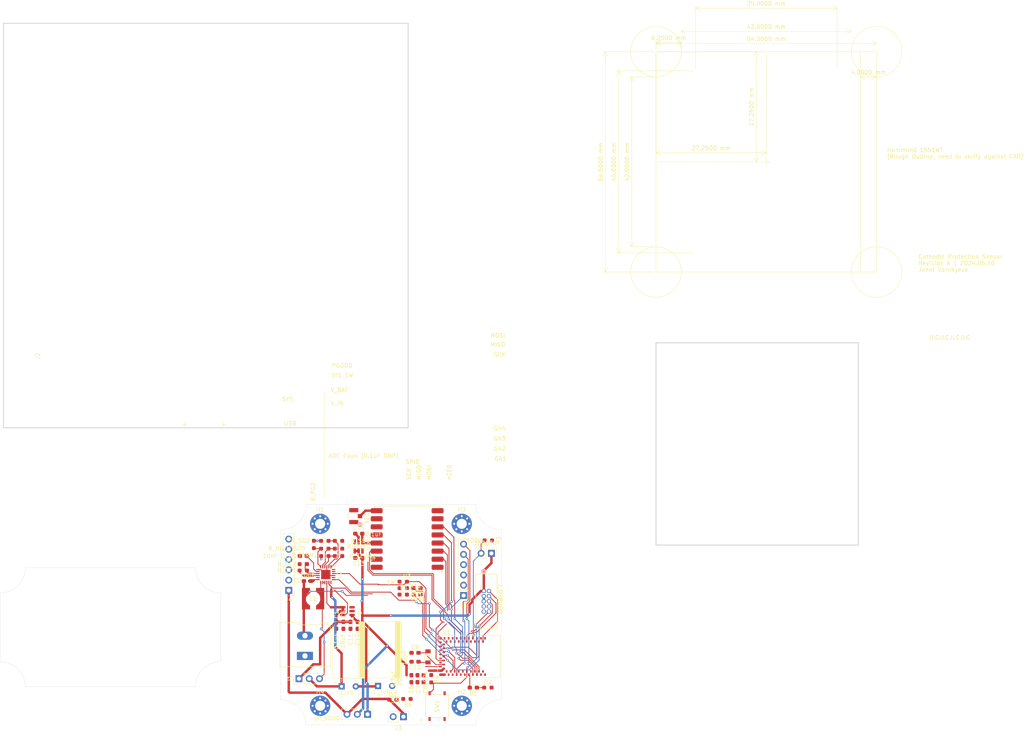
<source format=kicad_pcb>
(kicad_pcb (version 20240108) (generator "pcbnew") (generator_version "8.0")
  (title_block (title "CPM Sensor mk2") (date "2024-05-30"))
  (layers (0 "F.Cu" signal) (31 "B.Cu" signal) (34 "B.Paste" user) (35 "F.Paste" user) (36 "B.SilkS" user "B.Silkscreen") (37 "F.SilkS" user "F.Silkscreen") (38 "B.Mask" user) (39 "F.Mask" user) (44 "Edge.Cuts" user))
  (net 0 "")
  (net 1 "GND")
  (net 2 "Net-(U2-CBP)")
  (net 3 "VDD")
  (net 4 "Net-(U1-XO)")
  (net 5 "Net-(U1-XI)")
  (net 6 "/artemis/SPI1.MISO")
  (net 7 "/artemis/SPI1.SCK")
  (net 8 "/artemis/SPI1.MOSI")
  (net 9 "/artemis/MISC_GPIO_3")
  (net 10 "/artemis/MISC_GPIO_2")
  (net 11 "/artemis/MISC_GPIO_1")
  (net 12 "/artemis/MISC_GPIO_0")
  (net 13 "/artemis/ADC_DP0_{P}")
  (net 14 "/artemis/ADC_DP1_{P}")
  (net 15 "/artemis/ADC_DP1_{N}")
  (net 16 "/artemis/ADC_DP0_{N}")
  (net 17 "/artemis/ADC0{slash}TRIG0{slash}CMPIN0")
  (net 18 "/artemis/ADC3")
  (net 19 "/VIN_{3V3}")
  (net 20 "/SPI0.MISO")
  (net 21 "/SPI0.MOSI")
  (net 22 "/SPI0.SCK")
  (net 23 "/SPI0.nCE0")
  (net 24 "/SPI0.nCE1")
  (net 25 "/SPI0.nCE2")
  (net 26 "/power/V_BAT")
  (net 27 "/power/SW")
  (net 28 "/artemis/DIS_SW")
  (net 29 "/artemis/nRESET")
  (net 30 "Net-(U2-REF)")
  (net 31 "Net-(U2-REG_FB)")
  (net 32 "Net-(U2-MPPT)")
  (net 33 "Net-(U2-SETPG)")
  (net 34 "Net-(U2-SETHYST)")
  (net 35 "Net-(U2-SETSD)")
  (net 36 "Net-(U2-TERM)")
  (net 37 "/power/LLD")
  (net 38 "/artemis/PWR_GOOD")
  (net 40 "Net-(AE1-A)")
  (net 41 "/artemis/LORA_T{slash}RXDONE")
  (net 43 "/artemis/LORA_EN")
  (net 54 "/artemis/SWO")
  (net 55 "/artemis/SWDCK")
  (net 63 "/artemis/SWDIO")
  (net 69 "/VADP_{IN}")
  (net 70 "/VADP_{OUT}")
  (net 71 "Net-(JP_VDD0-Pin_1)")
  (net 73 "Net-(C_BATT0--)")
  (net 74 "Net-(D1-K)")
  (net 75 "Net-(D2-K)")
  (net 78 "/artemis/LED")
  (net 81 "/artemis/LORA_RST")
  (net 82 "/lora/V33_{LORA}")
  (net 83 "/artemis/BOOT")
  (footprint "Connector_PinHeader_2.54mm:PinHeader_1x03_P2.54mm_Vertical" (layer "F.Cu") (at 123.73 193.85 -90)
    (property "Reference" "JP_VDD0")
    (property "Value" "Conn_01x03_Pin")
  )
  (footprint "Resistor_SMD:R_0603_1608Metric_Pad0.98x0.95mm_HandSolder" (layer "F.Cu") (at 116.55 152.8875 180)
    (property "Reference" "R_PG1")
    (property "Value" "5.6M")
  )
  (footprint "MountingHole:MountingHole_2.5mm_Pad_Via" (layer "F.Cu") (at 112 146.75)
    (property "Reference" "H1")
    (property "Value" "MountingHole_Pad")
  )
  (footprint "Resistor_SMD:R_0603_1608Metric_Pad0.98x0.95mm_HandSolder" (layer "F.Cu") (at 116.55 154.714 180)
    (property "Reference" "R_TERM1")
    (property "Value" "5.6M")
  )
  (footprint "Resistor_SMD:R_0603_1608Metric_Pad0.98x0.95mm_HandSolder" (layer "F.Cu") (at 139.45 185.05 -90)
    (property "Reference" "R4")
    (property "Value" "100k")
  )
  (footprint "Capacitor_SMD:C_0603_1608Metric_Pad1.08x0.95mm_HandSolder" (layer "F.Cu") (at 135.9375 162.65 180)
    (property "Reference" "C22" (hide yes))
    (property "Value" "1nF")
  )
  (footprint "MountingHole:MountingHole_2.5mm_Pad_Via" (layer "F.Cu") (at 147 191.75)
    (property "Reference" "H2")
    (property "Value" "MountingHole_Pad")
  )
  (footprint "Capacitor_SMD:C_0603_1608Metric_Pad1.08x0.95mm_HandSolder" (layer "F.Cu") (at 116 171.8235 -90)
    (property "Reference" "C1")
    (property "Value" "0.1uF")
  )
  (footprint "0JV_CPM_Footprints:DGH105Q2R7" (layer "F.Cu") (at 119.05 186.95 180)
    (property "Reference" "C_BATT0")
    (property "Value" "1F 2.7V")
  )
  (footprint "Connector_PinHeader_2.54mm:PinHeader_1x02_P2.54mm_Vertical" (layer "F.Cu") (at 154.325 154.05 -90)
    (property "Reference" "JBOOT0")
    (property "Value" "Conn_01x02_Pin")
  )
  (footprint "Connector_PinHeader_2.54mm:PinHeader_1x03_P2.54mm_Vertical" (layer "F.Cu") (at 106.77 185.05 90)
    (property "Reference" "J1")
    (property "Value" "Conn_01x03_Pin")
  )
  (footprint "Resistor_SMD:R_0603_1608Metric_Pad0.98x0.95mm_HandSolder" (layer "F.Cu") (at 116.55 150.964 180)
    (property "Reference" "R_SD1")
    (property "Value" "4.7M")
  )
  (footprint "0JV_CPM_Footprints:DGH105Q2R7" (layer "F.Cu") (at 128.05 186.85 180)
    (property "Reference" "C_BATT1")
    (property "Value" "1F 2.7V")
  )
  (footprint "RF_Module:HOPERF_RFM9XW_SMD" (layer "F.Cu") (at 133.5 150.5 180)
    (property "Reference" "U3")
    (property "Value" "RFM95W-915S2")
  )
  (footprint "Resistor_SMD:R_0603_1608Metric_Pad0.98x0.95mm_HandSolder" (layer "F.Cu") (at 107.85 158.3)
    (property "Reference" "R_OC1")
    (property "Value" "10M")
  )
  (footprint "Package_TO_SOT_SMD:SOT-23-6" (layer "F.Cu") (at 121.5 152.3125 -90)
    (property "Reference" "U6")
    (property "Value" "TPS22860")
  )
  (footprint "Capacitor_SMD:C_0603_1608Metric_Pad1.08x0.95mm_HandSolder" (layer "F.Cu") (at 121.55 155.175 180)
    (property "Reference" "C13")
    (property "Value" "1uF")
  )
  (footprint "Resistor_SMD:R_0603_1608Metric_Pad0.98x0.95mm_HandSolder" (layer "F.Cu") (at 113.15 154.714 180)
    (property "Reference" "R_TERM2")
    (property "Value" "4.7M")
  )
  (footprint "Resistor_SMD:R_0603_1608Metric_Pad0.98x0.95mm_HandSolder" (layer "F.Cu") (at 110.45 151.85 90)
    (property "Reference" "R_PG2")
    (property "Value" "4.7M")
  )
  (footprint "Capacitor_SMD:C_0603_1608Metric_Pad1.08x0.95mm_HandSolder" (layer "F.Cu") (at 121.55 149.175 180)
    (property "Reference" "C14")
    (property "Value" "0.1uF")
  )
  (footprint "Capacitor_SMD:C_0603_1608Metric_Pad1.08x0.95mm_HandSolder" (layer "F.Cu") (at 108.85 160.9)
    (property "Reference" "C2")
    (property "Value" "10uF")
  )
  (footprint "0JV_CPM_Footprints:IND_4818-WE-TPC_WRE" (layer "F.Cu") (at 110.25 165.25 180)
    (property "Reference" "L1")
    (property "Value" "22uH")
  )
  (footprint "Resistor_SMD:R_0603_1608Metric_Pad0.98x0.95mm_HandSolder" (layer "F.Cu") (at 153.5625 150.85)
    (property "Reference" "R3")
    (property "Value" "100k")
  )
  (footprint "LED_SMD:LED_0603_1608Metric_Pad1.05x0.95mm_HandSolder" (layer "F.Cu") (at 130 190.25 180)
    (property "Reference" "D2")
    (property "Value" "LED")
  )
  (footprint "LED_SMD:LED_0603_1608Metric_Pad1.05x0.95mm_HandSolder" (layer "F.Cu") (at 149.85 187.25 180)
    (property "Reference" "D1")
    (property "Value" "LED")
  )
  (footprint "Connector_PinHeader_2.54mm:PinHeader_1x02_P2.54mm_Vertical" (layer "F.Cu") (at 132.59 194.45 -90)
    (property "Reference" "J3")
    (property "Value" "Conn_01x02_Pin")
  )
  (footprint "MountingHole:MountingHole_2.5mm_Pad_Via" (layer "F.Cu") (at 147 146.75)
    (property "Reference" "H3")
    (property "Value" "MountingHole_Pad")
  )
  (footprint "Resistor_SMD:R_0603_1608Metric_Pad0.98x0.95mm_HandSolder" (layer "F.Cu") (at 107.85 156.714 180)
    (property "Reference" "R_OC2")
    (property "Value" "10M")
  )
  (footprint "Package_TO_SOT_SMD:SOT-23-6" (layer "F.Cu") (at 118.75 168.336 180)
    (property "Reference" "U4")
    (property "Value" "TPS22860")
  )
  (footprint "Capacitor_SMD:C_0603_1608Metric_Pad1.08x0.95mm_HandSolder" (layer "F.Cu") (at 107.85 154.714)
    (property "Reference" "C3")
    (property "Value" "10nF LL")
  )
  (footprint "Capacitor_SMD:C_0603_1608Metric_Pad1.08x0.95mm_HandSolder" (layer "F.Cu") (at 135.45 178.65 180)
    (property "Reference" "C9")
    (property "Value" "15pF")
  )
  (footprint "Connector_PinHeader_2.54mm:PinHeader_1x06_P2.54mm_Vertical" (layer "F.Cu") (at 147.45 164.47 180)
    (property "Reference" "J5")
    (property "Value" "Conn_01x06_Pin")
  )
  (footprint "0JV_CPM_Footprints:CONN1_CONUFL_TEC" (layer "F.Cu") (at 120.305401 144.85 90)
    (property "Reference" "AE1")
    (property "Value" "Antenna_Shield")
  )
  (footprint "TerminalBlock:TerminalBlock_Altech_AK300-2_P5.00mm" (layer "F.Cu") (at 108.25 179.415 90)
    (property "Reference" "J2")
    (property "Value" "Screw_Terminal_01x02")
  )
  (footprint "Capacitor_SMD:C_0603_1608Metric_Pad1.08x0.95mm_HandSolder" (layer "F.Cu") (at 135.45 180.85 180)
    (property "Reference" "C10")
    (property "Value" "15pF")
  )
  (footprint "Capacitor_SMD:C_0603_1608Metric_Pad1.08x0.95mm_HandSolder" (layer "F.Cu") (at 135.9375 164.25 180)
    (property "Reference" "C15" (hide yes))
    (property "Value" "1nF")
  )
  (footprint "Capacitor_SMD:C_0603_1608Metric_Pad1.08x0.95mm_HandSolder" (layer "F.Cu") (at 137.55 185.05 -90)
    (property "Reference" "C8")
    (property "Value" "10uF")
  )
  (footprint "Connector_PinHeader_2.54mm:PinHeader_1x06_P2.54mm_Vertical" (layer "F.Cu") (at 104.25 163.21 180)
    (property "Reference" "J4")
    (property "Value" "Conn_01x06_Pin")
  )
  (footprint "Resistor_SMD:R_0603_1608Metric_Pad0.98x0.95mm_HandSolder" (layer "F.Cu") (at 113.15 152.8875 180)
    (property "Reference" "R_PG_HYST0")
    (property "Value" "470k")
  )
  (footprint "Package_CSP:LFCSP-24-1EP_4x4mm_P0.5mm_EP2.3x2.3mm" (layer "F.Cu") (at 113.4 159.3 -90)
    (property "Reference" "U2")
    (property "Value" "ADP5091")
  )
  (footprint "0JV_CPM_Footprints:XTAL_ECS-31B_ECS" (layer "F.Cu") (at 138.65 179.65 90)
    (property "Reference" "Y1")
    (property "Value" "32.768kHz")
  )
  (footprint "Resistor_SMD:R_0603_1608Metric_Pad0.98x0.95mm_HandSolder" (layer "F.Cu") (at 132.5375 162.65)
    (property "Reference" "R12")
    (property "Value" "100k")
  )
  (footprint "Resistor_SMD:R_0603_1608Metric_Pad0.98x0.95mm_HandSolder" (layer "F.Cu") (at 133.45 190.05)
    (property "Reference" "R6")
    (property "Value" "1k")
  )
  (footprint "Resistor_SMD:R_0603_1608Metric_Pad0.98x0.95mm_HandSolder" (layer "F.Cu") (at 132.5375 161.05 180)
    (property "Reference" "R1")
    (property "Value" "1M")
  )
  (footprint "Capacitor_SMD:C_0603_1608Metric_Pad1.08x0.95mm_HandSolder" (layer "F.Cu") (at 136.05 185.05 -90)
    (property "Reference" "C7")
    (property "Value" "1uF")
  )
  (footprint "Capacitor_SMD:C_0603_1608Metric_Pad1.08x0.95mm_HandSolder" (layer "F.Cu") (at 134.55 185.05 -90)
    (property "Reference" "C6")
    (property "Value" "0.1uF")
  )
  (footprint "0JV_CPM_Footprints:CONN_3220-10-0100-00_CNC" (layer "F.Cu") (at 152.45 163.37 -90)
    (property "Reference" "J_DEBUG0")
    (property "Value" "Conn_02x05_Odd_Even")
  )
  (footprint "Resistor_SMD:R_0603_1608Metric_Pad0.98x0.95mm_HandSolder" (layer "F.Cu") (at 132.5375 164.25)
    (property "Reference" "R11")
    (property "Value" "100k")
  )
  (footprint "0JV_CPM_Footprints:SMT_FS_PTS526" (layer "F.Cu") (at 140.9042 191.83135 90)
    (property "Reference" "SW1")
    (property "Value" "RESET")
  )
  (footprint "Resistor_SMD:R_0603_1608Metric_Pad0.98x0.95mm_HandSolder" (layer "F.Cu") (at 113.15 150.964 180)
    (property "Reference" "R_SD2")
    (property "Value" "4.7M")
  )
  (footprint "Resistor_SMD:R_0603_1608Metric_Pad0.98x0.95mm_HandSolder" (layer "F.Cu") (at 153.45 187.25)
    (property "Reference" "R2")
    (property "Value" "1k")
  )
  (footprint "0JV_CPM_Footprints:Sparkfun Artemis" (layer "F.Cu") (at 147.75 179.55)
    (property "Reference" "U1")
    (property "Value" "Sparkfun Artemis")
  )
  (footprint "Capacitor_SMD:C_0603_1608Metric_Pad1.08x0.95mm_HandSolder" (layer "F.Cu") (at 121.25 171.85 -90)
    (property "Reference" "C12")
    (property "Value" "0.1uF")
  )
  (footprint "MountingHole:MountingHole_2.5mm_Pad_Via" (layer "F.Cu") (at 112 191.75)
    (property "Reference" "H4")
    (property "Value" "MountingHole_Pad")
  )
  (footprint "Capacitor_SMD:C_0603_1608Metric_Pad1.08x0.95mm_HandSolder" (layer "F.Cu") (at 117.75 171.85 -90)
    (property "Reference" "C5")
    (property "Value" "10uF")
  )
  (footprint "Capacitor_SMD:C_0603_1608Metric_Pad1.08x0.95mm_HandSolder" (layer "F.Cu") (at 119.5 171.85 -90)
    (property "Reference" "C11")
    (property "Value" "1uF")
  )
  (gr_line (start 222.25 57.25) (end 222.25 56.25) (stroke (width 0.1)) (layer "F.SilkS"))
  (gr_circle (center 249.5 30) (end 255.75 30) (stroke (width 0.1)) (fill none) (layer "F.SilkS"))
  (gr_line (start 245.5 30) (end 245.5 84.5) (stroke (width 0.1)) (layer "F.SilkS"))
  (gr_circle (center 249.5 84.5) (end 255.75 84.5) (stroke (width 0.1)) (fill none) (layer "F.SilkS"))
  (gr_line (start 221.25 57.25) (end 223.25 57.25) (stroke (width 0.1)) (layer "F.SilkS"))
  (gr_circle (center 195 30) (end 201.25 30) (stroke (width 0.1)) (fill none) (layer "F.SilkS"))
  (gr_rect (start 195 30) (end 249.5 84.5) (stroke (width 0.1)) (fill none) (layer "F.SilkS"))
  (gr_line (start 222.25 56.25) (end 222.25 57.25) (stroke (width 0.1)) (layer "F.SilkS"))
  (gr_line (start 222.25 57.25) (end 222.25 58.25) (stroke (width 0.1)) (layer "F.SilkS"))
  (gr_line (start 113 140.2) (end 113 114) (stroke (width 0.1)) (layer "F.SilkS"))
  (gr_circle (center 195 84.5) (end 201.25 84.5) (stroke (width 0.1)) (fill none) (layer "F.SilkS"))
  (gr_line (start 87.419417 163.830583) (end 87.419417 180.830583) (stroke (width 0.05)) (layer "Edge.Cuts"))
  (gr_line (start 108.5 196.5) (end 150.5 196.5) (stroke (width 0.05)) (layer "Edge.Cuts"))
  (gr_arc (start 150.5 196.5) (mid 152.330583 192.080583) (end 156.75 190.25) (stroke (width 0.05)) (layer "Edge.Cuts"))
  (gr_arc (start 87.419417 163.830583) (mid 83 162) (end 81.169417 157.580583) (stroke (width 0.05)) (layer "Edge.Cuts"))
  (gr_line (start 102.25 148.25) (end 102.25 190.25) (stroke (width 0.05)) (layer "Edge.Cuts"))
  (gr_arc (start 108.5 142) (mid 106.669417 146.419417) (end 102.25 148.25) (stroke (width 0.05)) (layer "Edge.Cuts"))
  (gr_line (start 150.5 142) (end 108.5 142) (stroke (width 0.05)) (layer "Edge.Cuts"))
  (gr_line (start 32.919417 180.830583) (end 32.919417 163.830583) (stroke (width 0.05)) (layer "Edge.Cuts"))
  (gr_rect (start 33.75 23) (end 133.75 123) (stroke (width 0.2)) (fill none) (layer "Edge.Cuts"))
  (gr_line (start 156.75 190.25) (end 156.75 148.25) (stroke (width 0.05)) (layer "Edge.Cuts"))
  (gr_arc (start 32.919417 180.830583) (mid 37.338834 182.661166) (end 39.169417 187.080583) (stroke (width 0.05)) (layer "Edge.Cuts"))
  (gr_arc (start 102.25 190.25) (mid 106.669417 192.080583) (end 108.5 196.5) (stroke (width 0.05)) (layer "Edge.Cuts"))
  (gr_arc (start 156.75 148.25) (mid 152.330583 146.419417) (end 150.5 142) (stroke (width 0.05)) (layer "Edge.Cuts"))
  (gr_rect (start 195 102) (end 245 152) (stroke (width 0.2)) (fill none) (layer "Edge.Cuts"))
  (gr_arc (start 81.169417 187.080583) (mid 83 182.661166) (end 87.419417 180.830583) (stroke (width 0.05)) (layer "Edge.Cuts"))
  (gr_arc (start 39.169417 157.580583) (mid 37.338834 162) (end 32.919417 163.830583) (stroke (width 0.05)) (layer "Edge.Cuts"))
  (gr_line (start 81.169417 187.080583) (end 39.169417 187.080583) (stroke (width 0.05)) (layer "Edge.Cuts"))
  (gr_line (start 39.169417 157.580583) (end 81.169417 157.580583) (stroke (width 0.05)) (layer "Edge.Cuts"))
  (gr_text "MOSI" (at 139.5 136 90) (layer "F.SilkS") (effects (font (size 1 1) (thickness 0.16)) (justify left bottom)))
  (gr_text "DIS_SW" (at 114.8 110.6 0) (layer "F.SilkS") (effects (font (size 1 1)) (justify left bottom)))
  (gr_text "V_BAT" (at 114.5 114.25 0) (layer "F.SilkS") (effects (font (size 1 1) (thickness 0.16)) (justify left bottom)))
  (gr_text "SCK" (at 154.75 105.5 0) (layer "F.SilkS") (effects (font (size 1 1) (thickness 0.16)) (justify left bottom)))
  (gr_text "MISO" (at 137 136 90) (layer "F.SilkS") (effects (font (size 1 1) (thickness 0.16)) (justify left bottom)))
  (gr_text "Hammond 1551WT\n(Rough Outline, need to verify against CAD)" (at 252 56.5 0) (layer "F.SilkS") (effects (font (size 1 1) (thickness 0.16)) (justify left bottom)))
  (gr_text "SCK" (at 134.5 136 90) (layer "F.SilkS") (effects (font (size 1 1) (thickness 0.16)) (justify left bottom)))
  (gr_text "PGOOD" (at 114.8 108.2 0) (layer "F.SilkS") (effects (font (size 1 1)) (justify left bottom)))
  (gr_text "G42" (at 154.8 128.75 0) (layer "F.SilkS") (effects (font (size 1 1) (thickness 0.16)) (justify left bottom)))
  (gr_text "nCE0" (at 144.5 136 90) (layer "F.SilkS") (effects (font (size 1 1) (thickness 0.16)) (justify left bottom)))
  (gr_text "JLCJLCJLCJLC" (at 262.25 101.25 0) (layer "F.SilkS") (effects (font (size 1 1) (thickness 0.16)) (justify left bottom)))
  (gr_text "V_IN" (at 114.5 117.5 0) (layer "F.SilkS") (effects (font (size 1 1)) (justify left bottom)))
  (gr_text "MISO" (at 154 103 0) (layer "F.SilkS") (effects (font (size 1 1) (thickness 0.16)) (justify left bottom)))
  (gr_text "USB" (at 103 122.5 0) (layer "F.SilkS") (effects (font (size 1 1) (thickness 0.16)) (justify left bottom)))
  (gr_text "Cathodic Protection Sensor\nRevision A | 2024.05.16\nJanet Vorobyeva" (at 259.75 84.5 0) (layer "F.SilkS") (effects (font (size 1 1) (thickness 0.16)) (justify left bottom)))
  (gr_text "G44" (at 154.8 123.75 0) (layer "F.SilkS") (effects (font (size 1 1) (thickness 0.16)) (justify left bottom)))
  (gr_text "SYS" (at 102.5 116.5 0) (layer "F.SilkS") (effects (font (size 1 1) (thickness 0.16)) (justify left bottom)))
  (gr_text "+" (at 88.6 122.9 90) (layer "F.SilkS") (effects (font (size 1 1) (thickness 0.16)) (justify left bottom)))
  (gr_text "SPI0" (at 133 132 0) (layer "F.SilkS") (effects (font (size 1 1) (thickness 0.16)) (justify left bottom)))
  (gr_text "G43" (at 154.8 126.25 0) (layer "F.SilkS") (effects (font (size 1 1) (thickness 0.16)) (justify left bottom)))
  (gr_text "+" (at 79 122.9 90) (layer "F.SilkS") (effects (font (size 1 1) (thickness 0.16)) (justify left bottom)))
  (gr_text "G41" (at 155 131.25 0) (layer "F.SilkS") (effects (font (size 1 1) (thickness 0.16)) (justify left bottom)))
  (gr_text "MOSI" (at 154 100.75 0) (layer "F.SilkS") (effects (font (size 1 1) (thickness 0.16)) (justify left bottom)))
  (gr_text "ADC Caps (0.1uF DNP)" (at 114 130.5 0) (layer "F.SilkS") (effects (font (size 1 1) (thickness 0.16)) (justify left bottom)))
  (dimension (type aligned) (layer "F.SilkS") (pts (xy 204.75 34.75) (xy 204.75 79.75)) (height 19) (gr_text "45.0000 mm" (at 184.59 57.25 90) (layer "F.SilkS") (effects (font (size 1 1) (thickness 0.16)))) (format (prefix "") (suffix "") (units 3) (units_format 1) (precision 4)) (style (thickness 0.1) (arrow_length 1.27) (text_position_mode 0) (extension_height 0.58642) (extension_offset 0.5) keep_text_aligned))
  (dimension (type aligned) (layer "F.SilkS") (pts (xy 249.5 36.25) (xy 245.5 36.25)) (height 0) (gr_text "4.0000 mm" (at 247.5 35.09 0) (layer "F.SilkS") (effects (font (size 1 1) (thickness 0.16)))) (format (prefix "") (suffix "") (units 3) (units_format 1) (precision 4)) (style (thickness 0.1) (arrow_length 1.27) (text_position_mode 0) (extension_height 0.58642) (extension_offset 0.5) keep_text_aligned))
  (dimension (type aligned) (layer "F.SilkS") (pts (xy 195 36.25) (xy 195 78.25)) (height 5.999999) (gr_text "42.0000 mm" (at 187.840001 57.25 90) (layer "F.SilkS") (effects (font (size 1 1) (thickness 0.16)))) (format (prefix "") (suffix "") (units 3) (units_format 1) (precision 4)) (style (thickness 0.1) (arrow_length 1.27) (text_position_mode 0) (extension_height 0.58642) (extension_offset 0.5) keep_text_aligned))
  (dimension (type aligned) (layer "F.SilkS") (pts (xy 195 30) (xy 195 57.25)) (height -24.75) (gr_text "27.2500 mm" (at 218.59 43.625 90) (layer "F.SilkS") (effects (font (size 1 1) (thickness 0.16)))) (format (prefix "") (suffix "") (units 3) (units_format 1) (precision 4)) (style (thickness 0.1) (arrow_length 1.27) (text_position_mode 0) (extension_height 0.58642) (extension_offset 0.5) keep_text_aligned))
  (dimension (type aligned) (layer "F.SilkS") (pts (xy 195 30) (xy 195 84.5)) (height 12.5) (gr_text "54.5000 mm" (at 181.34 57.25 90) (layer "F.SilkS") (effects (font (size 1 1) (thickness 0.16)))) (format (prefix "") (suffix "") (units 3) (units_format 1) (precision 4)) (style (thickness 0.1) (arrow_length 1.27) (text_position_mode 0) (extension_height 0.58642) (extension_offset 0.5) keep_text_aligned))
  (dimension (type aligned) (layer "F.SilkS") (pts (xy 195 30) (xy 201.25 30)) (height -2.25) (gr_text "6.2500 mm" (at 198.125 26.59 0) (layer "F.SilkS") (effects (font (size 1 1) (thickness 0.16)))) (format (prefix "") (suffix "") (units 3) (units_format 1) (precision 4)) (style (thickness 0.1) (arrow_length 1.27) (text_position_mode 0) (extension_height 0.58642) (extension_offset 0.5) keep_text_aligned))
  (dimension (type aligned) (layer "F.SilkS") (pts (xy 201.25 25) (xy 243.25 25)) (height 0) (gr_text "42.0000 mm" (at 222.25 23.84 0) (layer "F.SilkS") (effects (font (size 1 1) (thickness 0.16)))) (format (prefix "") (suffix "") (units 3) (units_format 1) (precision 4)) (style (thickness 0.1) (arrow_length 1.27) (text_position_mode 0) (extension_height 0.58642) (extension_offset 0.5) keep_text_aligned))
  (dimension (type aligned) (layer "F.SilkS") (pts (xy 204.75 34.75) (xy 239.75 34.75)) (height -15.5) (gr_text "35.0000 mm" (at 222.25 18.09 0) (layer "F.SilkS") (effects (font (size 1 1) (thickness 0.16)))) (format (prefix "") (suffix "") (units 3) (units_format 1) (precision 4)) (style (thickness 0.1) (arrow_length 1.27) (text_position_mode 0) (extension_height 0.58642) (extension_offset 0.5) keep_text_aligned))
  (dimension (type aligned) (layer "F.SilkS") (pts (xy 249.5 28) (xy 195 28)) (height 0) (gr_text "54.5000 mm" (at 222.25 26.84 0) (layer "F.SilkS") (effects (font (size 1 1) (thickness 0.16)))) (format (prefix "") (suffix "") (units 3) (units_format 1) (precision 4)) (style (thickness 0.1) (arrow_length 1.27) (text_position_mode 0) (extension_height 0.58642) (extension_offset 0.5) keep_text_aligned))
  (dimension (type aligned) (layer "F.SilkS") (pts (xy 195 30) (xy 222.25 30)) (height 25) (gr_text "27.2500 mm" (at 208.625 53.84 0) (layer "F.SilkS") (effects (font (size 1 1) (thickness 0.16)))) (format (prefix "") (suffix "") (units 3) (units_format 1) (precision 4)) (style (thickness 0.1) (arrow_length 1.27) (text_position_mode 0) (extension_height 0.58642) (extension_offset 0.5) keep_text_aligned))
  (segment (start 120.6875 149.175) (end 121.5 149.9875) (width 0.6) (layer "F.Cu") (net 1))
  (segment (start 109.2625 160.9) (end 110.2 160.9) (width 0.6) (layer "F.Cu") (net 1))
  (segment (start 142.75 184.05) (end 142.35 184.05) (width 0.6) (layer "F.Cu") (net 1))
  (segment (start 113.65 157.3625) (end 113.65 159.05) (width 0.2) (layer "F.Cu") (net 1))
  (segment (start 115.3375 159.55) (end 113.65 159.55) (width 0.2) (layer "F.Cu") (net 1))
  (segment (start 110.2 160.9) (end 110.4 160.7) (width 0.6) (layer "F.Cu") (net 1))
  (segment (start 111.4625 160.55) (end 110.55 160.55) (width 0.2) (layer "F.Cu") (net 1))
  (segment (start 111.45 150.964) (end 110.4765 150.964) (width 0.2) (layer "F.Cu") (net 1))
  (segment (start 142.35 184.05) (end 141.75 184.05) (width 0.6) (layer "F.Cu") (net 1))
  (segment (start 112.2375 154.714) (end 112.2375 155.4375) (width 0.2) (layer "F.Cu") (net 1))
  (segment (start 110.4765 150.964) (end 110.45 150.9375) (width 0.2) (layer "F.Cu") (net 1))
  (segment (start 112.225 158.125) (end 113.4 159.3) (width 0.2) (layer "F.Cu") (net 1))
  (segment (start 112.2375 150.964) (end 111.45 150.964) (width 0.2) (layer "F.Cu") (net 1))
  (segment (start 111.45 150.964) (end 111.25 150.964) (width 0.2) (layer "F.Cu") (net 1))
  (segment (start 111.5375 158.125) (end 112.225 158.125) (width 0.2) (layer "F.Cu") (net 1))
  (segment (start 110.55 160.55) (end 110.4 160.7) (width 0.2) (layer "F.Cu") (net 1))
  (segment (start 112.2375 155.4375) (end 112.25 155.45) (width 0.2) (layer "F.Cu") (net 1))
  (segment (start 121.5 149.9875) (end 121.5 151.175) (width 0.6) (layer "F.Cu") (net 1))
  (segment (start 111.4625 158.05) (end 111.5375 158.125) (width 0.2) (layer "F.Cu") (net 1))
  (segment (start 113.65 159.05) (end 113.4 159.3) (width 0.2) (layer "F.Cu") (net 1))
  (via (at 111.25 150.964) (size 0.6) (drill 0.3) (layers "F.Cu" "B.Cu") (net 1))
  (via (at 112.25 155.45) (size 0.6) (drill 0.3) (layers "F.Cu" "B.Cu") (net 1))
  (segment (start 152.45 165.91) (end 152.45 164.64) (width 0.6) (layer "B.Cu") (net 1))
  (segment (start 110.4 156.4375) (end 108.2625 154.3) (width 0.2) (layer "F.Cu") (net 2))
  (segment (start 111.010614 158.55) (end 110.4 157.939386) (width 0.2) (layer "F.Cu") (net 2))
  (segment (start 110.4 157.939386) (end 110.4 156.4375) (width 0.2) (layer "F.Cu") (net 2))
  (segment (start 111.4625 158.55) (end 111.010614 158.55) (width 0.2) (layer "F.Cu") (net 2))
  (segment (start 149.6 165.477538) (end 149.6 166.034213) (width 0.6) (layer "F.Cu") (net 3))
  (segment (start 141.75 183.05) (end 142.05 183.05) (width 0.6) (layer "F.Cu") (net 3))
  (segment (start 133.35 184.1875) (end 133.35 181.71863) (width 0.6) (layer "F.Cu") (net 3))
  (segment (start 121.5 154.2625) (end 121.5 153.45) (width 0.6) (layer "F.Cu") (net 3))
  (segment (start 149.6 166.034213) (end 148.904 166.730213) (width 0.6) (layer "F.Cu") (net 3))
  (segment (start 128.565685 176.934315) (end 122.4125 170.78113) (width 0.6) (layer "F.Cu") (net 3))
  (segment (start 120.55 153.45) (end 121.5 153.45) (width 0.6) (layer "F.Cu") (net 3))
  (segment (start 142.05 183.05) (end 142.55 182.55) (width 0.6) (layer "F.Cu") (net 3))
  (segment (start 154.325 156.45) (end 152.45 158.325) (width 0.6) (layer "F.Cu") (net 3))
  (segment (start 122.4125 169.45) (end 122.4125 165.937396) (width 0.6) (layer "F.Cu") (net 3))
  (segment (start 122.4125 170.78113) (end 122.4125 169.45) (width 0.6) (layer "F.Cu") (net 3))
  (segment (start 151.707538 163.37) (end 149.6 165.477538) (width 0.6) (layer "F.Cu") (net 3))
  (segment (start 122.45 160.45) (end 122.45 155.2125) (width 0.6) (layer "F.Cu") (net 3))
  (segment (start 122.4125 165.937396) (end 122.287552 165.812448) (width 0.6) (layer "F.Cu") (net 3))
  (segment (start 154.325 156.45) (end 154.325 154.05) (width 0.6) (layer "F.Cu") (net 3))
  (segment (start 122.4125 169.45) (end 129.45 169.45) (width 0.6) (layer "F.Cu") (net 3))
  (segment (start 152.45 163.37) (end 151.707538 163.37) (width 0.6) (layer "F.Cu") (net 3))
  (segment (start 138.8875 183.05) (end 141.75 183.05) (width 0.6) (layer "F.Cu") (net 3))
  (segment (start 148.904 166.730213) (end 148.904 169.05) (width 0.6) (layer "F.Cu") (net 3))
  (segment (start 152.45 158.325) (end 152.45 163.37) (width 0.6) (layer "F.Cu") (net 3))
  (segment (start 133.35 181.71863) (end 128.565685 176.934315) (width 0.6) (layer "F.Cu") (net 3))
  (segment (start 122.4125 155.175) (end 121.5 154.2625) (width 0.6) (layer "F.Cu") (net 3))
  (segment (start 122.45 155.2125) (end 122.4125 155.175) (width 0.6) (layer "F.Cu") (net 3))
  (via (at 129.45 169.45) (size 0.6) (drill 0.3) (layers "F.Cu" "B.Cu") (net 3))
  (via (at 148.904 169.05) (size 0.6) (drill 0.3) (layers "F.Cu" "B.Cu") (net 3))
  (via (at 122.45 160.45) (size 0.6) (drill 0.3) (layers "F.Cu" "B.Cu") (net 3))
  (via (at 122.287552 165.812448) (size 0.6) (drill 0.3) (layers "F.Cu" "B.Cu") (net 3))
  (via (at 128.565685 176.934315) (size 0.6) (drill 0.3) (layers "F.Cu" "B.Cu") (net 3))
  (segment (start 122.45 160.45) (end 122.45 165.65) (width 0.6) (layer "B.Cu") (net 3))
  (segment (start 122.61713 182.88287) (end 128.565685 176.934315) (width 0.6) (layer "B.Cu") (net 3))
  (segment (start 148.504 169.45) (end 148.904 169.05) (width 0.6) (layer "B.Cu") (net 3))
  (segment (start 122.61713 192.42287) (end 122.61713 182.88287) (width 0.6) (layer "B.Cu") (net 3))
  (segment (start 122.45 165.65) (end 122.287552 165.812448) (width 0.6) (layer "B.Cu") (net 3))
  (segment (start 129.45 169.45) (end 148.504 169.45) (width 0.6) (layer "B.Cu") (net 3))
  (segment (start 121.19 193.85) (end 122.61713 192.42287) (width 0.6) (layer "B.Cu") (net 3))
  (segment (start 138.2784 178.65) (end 136.3125 178.65) (width 0.2) (layer "F.Cu") (net 4))
  (segment (start 142.55 181.55) (end 140.578922 181.55) (width 0.2) (layer "F.Cu") (net 4))
  (segment (start 140.578922 181.55) (end 138.107322 179.0784) (width 0.2) (layer "F.Cu") (net 4))
  (segment (start 138.65 181.0216) (end 136.4841 181.0216) (width 0.2) (layer "F.Cu") (net 5))
  (segment (start 141.75 182.05) (end 137.9784 182.05) (width 0.2) (layer "F.Cu") (net 5))
  (segment (start 148.25 170.25) (end 148.25 166.535685) (width 0.2) (layer "F.Cu") (net 11))
  (segment (start 149.75 184.05) (end 149.75 182.580057) (width 0.2) (layer "F.Cu") (net 11))
  (segment (start 149.75 182.580057) (end 148.47726 181.307317) (width 0.2) (layer "F.Cu") (net 11))
  (segment (start 149 153.32) (end 147.45 151.77) (width 0.2) (layer "F.Cu") (net 11))
  (segment (start 148.25 166.535685) (end 149 165.785685) (width 0.2) (layer "F.Cu") (net 11))
  (segment (start 149 165.785685) (end 149 153.32) (width 0.2) (layer "F.Cu") (net 11))
  (via (at 148.25 170.25) (size 0.6) (drill 0.3) (layers "F.Cu" "B.Cu") (net 11))
  (via (at 148.47726 181.307317) (size 0.6) (drill 0.3) (layers "F.Cu" "B.Cu") (net 11))
  (segment (start 148.25 170.25) (end 148.75 170.75) (width 0.2) (layer "B.Cu") (net 11))
  (segment (start 148.75 181.034577) (end 148.47726 181.307317) (width 0.2) (layer "B.Cu") (net 11))
  (segment (start 148.75 170.75) (end 148.75 181.034577) (width 0.2) (layer "B.Cu") (net 11))
  (segment (start 147.167384 181.232616) (end 147.626531 181.232616) (width 0.2) (layer "F.Cu") (net 12))
  (segment (start 148.6 155.46) (end 147.45 154.31) (width 0.2) (layer "F.Cu") (net 12))
  (segment (start 147.35 166.084315) (end 147.584315 165.85) (width 0.2) (layer "F.Cu") (net 12))
  (segment (start 145.75 182.65) (end 147.167384 181.232616) (width 0.2) (layer "F.Cu") (net 12))
  (segment (start 147.35 170.6) (end 147.35 166.084315) (width 0.2) (layer "F.Cu") (net 12))
  (segment (start 148.6 165.584315) (end 148.6 155.46) (width 0.2) (layer "F.Cu") (net 12))
  (segment (start 148.334315 165.85) (end 148.6 165.584315) (width 0.2) (layer "F.Cu") (net 12))
  (segment (start 147.584315 165.85) (end 148.334315 165.85) (width 0.2) (layer "F.Cu") (net 12))
  (segment (start 145.75 184.05) (end 145.75 182.65) (width 0.2) (layer "F.Cu") (net 12))
  (segment (start 147.5 170.75) (end 147.35 170.6) (width 0.2) (layer "F.Cu") (net 12))
  (via (at 147.5 170.75) (size 0.6) (drill 0.3) (layers "F.Cu" "B.Cu") (net 12))
  (via (at 147.626531 181.232616) (size 0.6) (drill 0.3) (layers "F.Cu" "B.Cu") (net 12))
  (segment (start 147.75 181.109147) (end 147.626531 181.232616) (width 0.2) (layer "B.Cu") (net 12))
  (segment (start 147.75 171) (end 147.75 181.109147) (width 0.2) (layer "B.Cu") (net 12))
  (segment (start 147.5 170.75) (end 147.75 171) (width 0.2) (layer "B.Cu") (net 12))
  (segment (start 138.25 175.25) (end 137.35 174.35) (width 0.2) (layer "F.Cu") (net 17))
  (segment (start 144.85 182.65) (end 144.85 182.05) (width 0.2) (layer "F.Cu") (net 17))
  (segment (start 144.25 183.25) (end 144.85 182.65) (width 0.2) (layer "F.Cu") (net 17))
  (segment (start 144.85 180.6) (end 143.5 179.25) (width 0.2) (layer "F.Cu") (net 17))
  (segment (start 144.85 182.05) (end 144.85 180.6) (width 0.2) (layer "F.Cu") (net 17))
  (segment (start 137.35 174.35) (end 137.35 166.525) (width 0.2) (layer "F.Cu") (net 17))
  (segment (start 137.35 166.525) (end 135.075 164.25) (width 0.2) (layer "F.Cu") (net 17))
  (via (at 143.5 179.25) (size 0.6) (drill 0.3) (layers "F.Cu" "B.Cu") (net 17))
  (via (at 138.25 175.25) (size 0.6) (drill 0.3) (layers "F.Cu" "B.Cu") (net 17))
  (segment (start 143.5 179.25) (end 142.25 179.25) (width 0.2) (layer "B.Cu") (net 17))
  (segment (start 142.25 179.25) (end 138.25 175.25) (width 0.2) (layer "B.Cu") (net 17))
  (segment (start 137.75 173.303522) (end 137.75 163.895778) (width 0.2) (layer "F.Cu") (net 18))
  (segment (start 145.25 183.25) (end 145.25 179.800519) (width 0.2) (layer "F.Cu") (net 18))
  (segment (start 135.85 163.425) (end 135.075 162.65) (width 0.2) (layer "F.Cu") (net 18))
  (segment (start 145.25 179.800519) (end 143.766451 178.31697) (width 0.2) (layer "F.Cu") (net 18))
  (segment (start 138.904 174.457522) (end 137.75 173.303522) (width 0.2) (layer "F.Cu") (net 18))
  (segment (start 137.75 163.895778) (end 137.279222 163.425) (width 0.2) (layer "F.Cu") (net 18))
  (segment (start 137.279222 163.425) (end 135.85 163.425) (width 0.2) (layer "F.Cu") (net 18))
  (via (at 138.904 174.457522) (size 0.6) (drill 0.3) (layers "F.Cu" "B.Cu") (net 18))
  (via (at 143.766451 178.31697) (size 0.6) (drill 0.3) (layers "F.Cu" "B.Cu") (net 18))
  (segment (start 143.766451 178.31697) (end 142.56697 178.31697) (width 0.2) (layer "B.Cu") (net 18))
  (segment (start 142.56697 178.31697) (end 138.904 174.654) (width 0.2) (layer "B.Cu") (net 18))
  (segment (start 138.904 174.654) (end 138.904 174.457522) (width 0.2) (layer "B.Cu") (net 18))
  (segment (start 122.45 190.05) (end 118.65 193.85) (width 0.6) (layer "F.Cu") (net 19))
  (segment (start 128.975 190.05) (end 122.45 190.05) (width 0.6) (layer "F.Cu") (net 19))
  (segment (start 104.25 163.21) (end 104.25 188.25) (width 0.6) (layer "F.Cu") (net 19))
  (segment (start 104.5 188.5) (end 113.3 188.5) (width 0.6) (layer "F.Cu") (net 19))
  (segment (start 104.25 188.25) (end 104.5 188.5) (width 0.6) (layer "F.Cu") (net 19))
  (segment (start 113.3 188.5) (end 118.65 193.85) (width 0.6) (layer "F.Cu") (net 19))
  (segment (start 132.59 193.665) (end 128.975 190.05) (width 0.6) (layer "F.Cu") (net 19))
  (segment (start 132.59 194.45) (end 132.59 193.665) (width 0.6) (layer "F.Cu") (net 19))
  (segment (start 141.75 176.05) (end 141.55 176.05) (width 0.2) (layer "F.Cu") (net 20))
  (segment (start 142.5 155.5) (end 143.046 156.046) (width 0.2) (layer "F.Cu") (net 20))
  (segment (start 141.55 176.05) (end 141.15 175.65) (width 0.2) (layer "F.Cu") (net 20))
  (segment (start 141.15 173.55) (end 143.25 171.45) (width 0.2) (layer "F.Cu") (net 20))
  (segment (start 141.025 155.5) (end 142.5 155.5) (width 0.2) (layer "F.Cu") (net 20))
  (segment (start 141.15 175.65) (end 141.15 173.55) (width 0.2) (layer "F.Cu") (net 20))
  (segment (start 143.046 156.046) (end 143.046 166.602267) (width 0.2) (layer "F.Cu") (net 20))
  (segment (start 143.45 167.006267) (end 143.45 168.25) (width 0.2) (layer "F.Cu") (net 20))
  (segment (start 143.046 166.602267) (end 143.45 167.006267) (width 0.2) (layer "F.Cu") (net 20))
  (segment (start 143.446 166.436582) (end 143.85 166.840582) (width 0.2) (layer "F.Cu") (net 21))
  (segment (start 143.85 166.840582) (end 143.85 168.05) (width 0.2) (layer "F.Cu") (net 21))
  (segment (start 142.5 153.5) (end 143.446 154.446) (width 0.2) (layer "F.Cu") (net 21))
  (segment (start 143.446 154.446) (end 143.446 166.436582) (width 0.2) (layer "F.Cu") (net 21))
  (segment (start 141.025 153.5) (end 142.5 153.5) (width 0.2) (layer "F.Cu") (net 21))
  (segment (start 146.75 173.95) (end 143.85 171.05) (width 0.2) (layer "F.Cu") (net 21))
  (segment (start 146.75 175.05) (end 146.75 173.95) (width 0.2) (layer "F.Cu") (net 21))
  (segment (start 147.25 173.65) (end 147.25 175.85) (width 0.2) (layer "F.Cu") (net 22))
  (segment (start 141.025 151.5) (end 142.5 151.5) (width 0.2) (layer "F.Cu") (net 22))
  (segment (start 144.45 170.85) (end 147.25 173.65) (width 0.2) (layer "F.Cu") (net 22))
  (segment (start 142.5 151.5) (end 143.846 152.846) (width 0.2) (layer "F.Cu") (net 22))
  (segment (start 144.45 167.85) (end 144.45 170.85) (width 0.2) (layer "F.Cu") (net 22))
  (segment (start 143.846 166.270896) (end 144.45 166.874896) (width 0.2) (layer "F.Cu") (net 22))
  (segment (start 143.846 152.846) (end 143.846 166.270896) (width 0.2) (layer "F.Cu") (net 22))
  (segment (start 144.45 166.874896) (end 144.45 167.85) (width 0.2) (layer "F.Cu") (net 22))
  (via (at 144.45 167.85) (size 0.6) (drill 0.3) (layers "F.Cu" "B.Cu") (net 22))
  (segment (start 144.45 167.85) (end 144.45 167.47) (width 0.2) (layer "B.Cu") (net 22))
  (segment (start 144.45 167.47) (end 147.45 164.47) (width 0.2) (layer "B.Cu") (net 22))
  (segment (start 144.45 165.7) (end 144.5 165.75) (width 0.2) (layer "F.Cu") (net 23))
  (segment (start 141.025 149.5) (end 142.5 149.5) (width 0.2) (layer "F.Cu") (net 23))
  (segment (start 140.65 172.65) (end 142.25 171.05) (width 0.2) (layer "F.Cu") (net 23))
  (segment (start 140.65 180.05) (end 140.65 172.65) (width 0.2) (layer "F.Cu") (net 23))
  (segment (start 144.5 165.75) (end 144.5 166) (width 0.2) (layer "F.Cu") (net 23))
  (segment (start 142.5 149.5) (end 144.45 151.45) (width 0.2) (layer "F.Cu") (net 23))
  (segment (start 141.75 170.55) (end 142.25 171.05) (width 0.2) (layer "F.Cu") (net 23))
  (segment (start 144.45 151.45) (end 144.45 165.7) (width 0.2) (layer "F.Cu") (net 23))
  (segment (start 142.25 171.05) (end 142.65 171.05) (width 0.2) (layer "F.Cu") (net 23))
  (segment (start 142.55 180.55) (end 141.15 180.55) (width 0.2) (layer "F.Cu") (net 23))
  (segment (start 141.75 168.5) (end 141.75 170.55) (width 0.2) (layer "F.Cu") (net 23))
  (segment (start 141.15 180.55) (end 140.65 180.05) (width 0.2) (layer "F.Cu") (net 23))
  (via (at 144.5 166) (size 0.6) (drill 0.3) (layers "F.Cu" "B.Cu") (net 23))
  (via (at 141.75 168.5) (size 0.6) (drill 0.3) (layers "F.Cu" "B.Cu") (net 23))
  (segment (start 144.5 166) (end 142 168.5) (width 0.2) (layer "B.Cu") (net 23))
  (segment (start 142 168.5) (end 141.75 168.5) (width 0.2) (layer "B.Cu") (net 23))
  (segment (start 117.3 186.95) (end 117.3 178.8) (width 0.6) (layer "F.Cu") (net 26))
  (segment (start 118.184314 162.65) (end 115.110614 162.65) (width 0.2) (layer "F.Cu") (net 26))
  (segment (start 114.15 161.689386) (end 114.15 161.2375) (width 0.2) (layer "F.Cu") (net 26))
  (segment (start 124.9375 164.05) (end 119.584314 164.05) (width 0.2) (layer "F.Cu") (net 26))
  (segment (start 111.21 186.95) (end 117.3 186.95) (width 0.6) (layer "F.Cu") (net 26))
  (segment (start 115 165) (end 114.75 164.75) (width 0.6) (layer "F.Cu") (net 26))
  (segment (start 109.31 185.05) (end 111.21 186.95) (width 0.6) (layer "F.Cu") (net 26))
  (segment (start 114.75 164.75) (end 114.75 163) (width 0.6) (layer "F.Cu") (net 26))
  (segment (start 114.230307 161.769693) (end 114.75 162.289386) (width 0.2) (layer "F.Cu") (net 26))
  (segment (start 115.110614 162.65) (end 114.230307 161.769693) (width 0.2) (layer "F.Cu") (net 26))
  (segment (start 119.584314 164.05) (end 118.184314 162.65) (width 0.2) (layer "F.Cu") (net 26))
  (segment (start 117.3 178.8) (end 115.75 177.25) (width 0.6) (layer "F.Cu") (net 26))
  (segment (start 114.230307 161.769693) (end 114.15 161.689386) (width 0.2) (layer "F.Cu") (net 26))
  (segment (start 114.75 162.289386) (end 114.75 163) (width 0.2) (layer "F.Cu") (net 26))
  (via (at 115.75 177.25) (size 0.6) (drill 0.3) (layers "F.Cu" "B.Cu") (net 26))
  (via (at 115 165) (size 0.6) (drill 0.3) (layers "F.Cu" "B.Cu") (net 26))
  (segment (start 115.75 177.25) (end 115.75 165.75) (width 0.6) (layer "B.Cu") (net 26))
  (segment (start 115.75 165.75) (end 115 165) (width 0.6) (layer "B.Cu") (net 26))
  (segment (start 112.25 172.75) (end 112.536 172.464) (width 0.2) (layer "F.Cu") (net 27))
  (segment (start 112.15 164.864) (end 112.15 161.2375) (width 0.2) (layer "F.Cu") (net 27))
  (segment (start 112.536 172.464) (end 112.536 165.25) (width 0.2) (layer "F.Cu") (net 27))
  (segment (start 111.85 185.05) (end 113 183.9) (width 0.2) (layer "F.Cu") (net 27))
  (segment (start 112.536 165.25) (end 112.15 164.864) (width 0.2) (layer "F.Cu") (net 27))
  (segment (start 113 183.9) (end 113 176) (width 0.2) (layer "F.Cu") (net 27))
  (via (at 112.25 172.75) (size 0.6) (drill 0.3) (layers "F.Cu" "B.Cu") (net 27))
  (via (at 113 176) (size 0.6) (drill 0.3) (layers "F.Cu" "B.Cu") (net 27))
  (segment (start 113 176) (end 113 173.5) (width 0.2) (layer "B.Cu") (net 27))
  (segment (start 113 173.5) (end 112.25 172.75) (width 0.2) (layer "B.Cu") (net 27))
  (segment (start 126.471814 161.684314) (end 126.25 161.684314) (width 0.2) (layer "F.Cu") (net 28))
  (segment (start 136.504222 161.05) (end 133.45 161.05) (width 0.2) (layer "F.Cu") (net 28))
  (segment (start 132.675 161.825) (end 126.390686 161.825) (width 0.2) (layer "F.Cu") (net 28))
  (segment (start 121.85 161.684314) (end 119.215686 159.05) (width 0.2) (layer "F.Cu") (net 28))
  (segment (start 150.75 179.35) (end 148.665388 177.265388) (width 0.2) (layer "F.Cu") (net 28))
  (segment (start 138.15 172.565756) (end 138.15 162.695778) (width 0.2) (layer "F.Cu") (net 28))
  (segment (start 148.665388 177.265388) (end 144.559716 177.265388) (width 0.2) (layer "F.Cu") (net 28))
  (segment (start 139.414635 173.830391) (end 138.15 172.565756) (width 0.2) (layer "F.Cu") (net 28))
  (segment (start 138.15 162.695778) (end 136.504222 161.05) (width 0.2) (layer "F.Cu") (net 28))
  (segment (start 126.25 161.684314) (end 121.85 161.684314) (width 0.2) (layer "F.Cu") (net 28))
  (segment (start 144.559716 177.265388) (end 144.293093 177.532011) (width 0.2) (layer "F.Cu") (net 28))
  (segment (start 126.390686 161.825) (end 126.25 161.684314) (width 0.2) (layer "F.Cu") (net 28))
  (segment (start 119.215686 159.05) (end 115.3375 159.05) (width 0.2) (layer "F.Cu") (net 28))
  (segment (start 133.45 161.05) (end 132.675 161.825) (width 0.2) (layer "F.Cu") (net 28))
  (segment (start 150.75 175.05) (end 150.75 179.35) (width 0.2) (layer "F.Cu") (net 28))
  (segment (start 144.293093 177.532011) (end 143.518339 177.532011) (width 0.2) (layer "F.Cu") (net 28))
  (via (at 139.414635 173.830391) (size 0.6) (drill 0.3) (layers "F.Cu" "B.Cu") (net 28))
  (via (at 143.518339 177.532011) (size 0.6) (drill 0.3) (layers "F.Cu" "B.Cu") (net 28))
  (segment (start 143.518339 177.532011) (end 142.903385 177.532011) (width 0.2) (layer "B.Cu") (net 28))
  (segment (start 142.903385 177.532011) (end 139.414635 174.043261) (width 0.2) (layer "B.Cu") (net 28))
  (segment (start 139.414635 174.043261) (end 139.414635 173.830391) (width 0.2) (layer "B.Cu") (net 28))
  (segment (start 150.28552 172.485521) (end 150.28552 171.88448) (width 0.2) (layer "F.Cu") (net 29))
  (segment (start 148.25 184.65) (end 148.25 183.25) (width 0.2) (layer "F.Cu") (net 29))
  (segment (start 148.25 182.459474) (end 148.5 182.209474) (width 0.2) (layer "F.Cu") (net 29))
  (segment (start 150.28552 171.88448) (end 150.46 171.71) (width 0.2) (layer "F.Cu") (net 29))
  (segment (start 140 186.1625) (end 140 187.7) (width 0.2) (layer "F.Cu") (net 29))
  (segment (start 140 186.1625) (end 146.7375 186.1625) (width 0.2) (layer "F.Cu") (net 29))
  (segment (start 150.46 171.71) (end 153.72 168.45) (width 0.2) (layer "F.Cu") (net 29))
  (segment (start 140 187.7) (end 139.05 188.65) (width 0.2) (layer "F.Cu") (net 29))
  (segment (start 148.25 183.25) (end 148.25 182.459474) (width 0.2) (layer "F.Cu") (net 29))
  (segment (start 146.7375 186.1625) (end 148.25 184.65) (width 0.2) (layer "F.Cu") (net 29))
  (via (at 148.5 182.209474) (size 0.6) (drill 0.3) (layers "F.Cu" "B.Cu") (net 29))
  (via (at 150.46 171.71) (size 0.6) (drill 0.3) (layers "F.Cu" "B.Cu") (net 29))
  (segment (start 150.46 171.71) (end 150.654 171.904) (width 0.2) (layer "B.Cu") (net 29))
  (segment (start 150.654 180.055474) (end 148.5 182.209474) (width 0.2) (layer "B.Cu") (net 29))
  (segment (start 150.654 171.904) (end 150.654 180.055474) (width 0.2) (layer "B.Cu") (net 29))
  (segment (start 117.4625 154.714) (end 114.814 157.3625) (width 0.2) (layer "F.Cu") (net 30))
  (segment (start 114.814 157.3625) (end 114.65 157.3625) (width 0.2) (layer "F.Cu") (net 30))
  (segment (start 113.15 161.2375) (end 112.65 161.2375) (width 0.2) (layer "F.Cu") (net 31))
  (segment (start 110.55 159.05) (end 111.4625 159.05) (width 0.2) (layer "F.Cu") (net 32))
  (segment (start 108.3125 158.3) (end 108.9625 158.95) (width 0.2) (layer "F.Cu") (net 32))
  (segment (start 108.9625 158.95) (end 110.45 158.95) (width 0.2) (layer "F.Cu") (net 32))
  (segment (start 110.45 158.95) (end 110.55 159.05) (width 0.2) (layer "F.Cu") (net 32))
  (segment (start 108.3125 156.3) (end 108.3125 158.3) (width 0.2) (layer "F.Cu") (net 32))
  (segment (start 115.6375 152.8875) (end 114.0625 152.8875) (width 0.2) (layer "F.Cu") (net 33))
  (segment (start 112.65 156.844928) (end 112.65 157.3625) (width 0.2) (layer "F.Cu") (net 33))
  (segment (start 113.275 153.675) (end 113.275 156.219928) (width 0.2) (layer "F.Cu") (net 33))
  (segment (start 113.275 156.219928) (end 112.65 156.844928) (width 0.2) (layer "F.Cu") (net 33))
  (segment (start 114.0625 152.8875) (end 113.275 153.675) (width 0.2) (layer "F.Cu") (net 33))
  (segment (start 112.2375 152.8875) (end 110.575 152.8875) (width 0.2) (layer "F.Cu") (net 34))
  (segment (start 111.45 156.6625) (end 111.45 153.675) (width 0.2) (layer "F.Cu") (net 34))
  (segment (start 111.45 153.675) (end 112.2375 152.8875) (width 0.2) (layer "F.Cu") (net 34))
  (segment (start 110.575 152.8875) (end 110.45 152.7625) (width 0.2) (layer "F.Cu") (net 34))
  (segment (start 112.15 157.3625) (end 111.45 156.6625) (width 0.2) (layer "F.Cu") (net 34))
  (segment (start 116.425 155.180722) (end 116.116722 155.489) (width 0.2) (layer "F.Cu") (net 35))
  (segment (start 115.6375 150.964) (end 116.425 151.7515) (width 0.2) (layer "F.Cu") (net 35))
  (segment (start 115.571614 155.489) (end 114.15 156.910614) (width 0.2) (layer "F.Cu") (net 35))
  (segment (start 116.425 151.7515) (end 116.425 155.180722) (width 0.2) (layer "F.Cu") (net 35))
  (segment (start 116.116722 155.489) (end 115.571614 155.489) (width 0.2) (layer "F.Cu") (net 35))
  (segment (start 115.6375 150.964) (end 114.0625 150.964) (width 0.2) (layer "F.Cu") (net 35))
  (segment (start 114.15 156.910614) (end 114.15 157.3625) (width 0.2) (layer "F.Cu") (net 35))
  (segment (start 113.15 156.910614) (end 113.15 157.3625) (width 0.2) (layer "F.Cu") (net 36))
  (segment (start 114.0625 155.998114) (end 113.15 156.910614) (width 0.2) (layer "F.Cu") (net 36))
  (segment (start 115.6375 154.714) (end 114.0625 154.714) (width 0.2) (layer "F.Cu") (net 36))
  (segment (start 114.0625 154.714) (end 114.0625 155.998114) (width 0.2) (layer "F.Cu") (net 36))
  (segment (start 117.6125 169.286) (end 118.274999 169.286) (width 0.2) (layer "F.Cu") (net 38))
  (segment (start 147.669388 177.919388) (end 144.830612 177.919388) (width 0.2) (layer "F.Cu") (net 38))
  (segment (start 150.85 179.85) (end 149.6 179.85) (width 0.2) (layer "F.Cu") (net 38))
  (segment (start 144.75 178) (end 144.830612 177.919388) (width 0.2) (layer "F.Cu") (net 38))
  (segment (start 129.45 163.65) (end 131.45 165.65) (width 0.2) (layer "F.Cu") (net 38))
  (segment (start 119.75 163.65) (end 129.45 163.65) (width 0.2) (layer "F.Cu") (net 38))
  (segment (start 118.75 166.336) (end 115.5 163.086) (width 0.2) (layer "F.Cu") (net 38))
  (segment (start 115.3375 160.55) (end 116.65 160.55) (width 0.2) (layer "F.Cu") (net 38))
  (segment (start 151.25 175.85) (end 151.25 179.45) (width 0.2) (layer "F.Cu") (net 38))
  (segment (start 149.6 179.85) (end 147.669388 177.919388) (width 0.2) (layer "F.Cu") (net 38))
  (segment (start 135.75 166) (end 135.6 166) (width 0.2) (layer "F.Cu") (net 38))
  (segment (start 139.75 173) (end 139 172.25) (width 0.2) (layer "F.Cu") (net 38))
  (segment (start 118.274999 169.286) (end 118.75 168.810999) (width 0.2) (layer "F.Cu") (net 38))
  (segment (start 118.75 168.810999) (end 118.75 166.336) (width 0.2) (layer "F.Cu") (net 38))
  (segment (start 151.25 179.45) (end 150.85 179.85) (width 0.2) (layer "F.Cu") (net 38))
  (segment (start 116.65 160.55) (end 119.75 163.65) (width 0.2) (layer "F.Cu") (net 38))
  (segment (start 131.45 165.65) (end 135.25 165.65) (width 0.2) (layer "F.Cu") (net 38))
  (segment (start 135.6 166) (end 135.25 165.65) (width 0.2) (layer "F.Cu") (net 38))
  (segment (start 139 172.25) (end 139 166.5) (width 0.2) (layer "F.Cu") (net 38))
  (via (at 135.75 166) (size 0.6) (drill 0.3) (layers "F.Cu" "B.Cu") (net 38))
  (via (at 139 166.5) (size 0.6) (drill 0.3) (layers "F.Cu" "B.Cu") (net 38))
  (via (at 139.75 173) (size 0.6) (drill 0.3) (layers "F.Cu" "B.Cu") (net 38))
  (via (at 144.830612 177.919388) (size 0.6) (drill 0.3) (layers "F.Cu" "B.Cu") (net 38))
  (segment (start 139 166.5) (end 136.25 166.5) (width 0.2) (layer "B.Cu") (net 38))
  (segment (start 139.911224 173) (end 139.75 173) (width 0.2) (layer "B.Cu") (net 38))
  (segment (start 144.830612 177.919388) (end 139.911224 173) (width 0.2) (layer "B.Cu") (net 38))
  (segment (start 136.25 166.5) (end 135.75 166) (width 0.2) (layer "B.Cu") (net 38))
  (segment (start 125.975 143.5) (end 123.2 143.5) (width 0.6) (layer "F.Cu") (net 40))
  (segment (start 123.2 143.5) (end 121.85 144.85) (width 0.6) (layer "F.Cu") (net 40))
  (segment (start 142.85 168.05) (end 140.05 165.25) (width 0.2) (layer "F.Cu") (net 41))
  (segment (start 124.2 153.8) (end 124.5 153.5) (width 0.2) (layer "F.Cu") (net 41))
  (segment (start 125.176722 159.05) (end 124.2 158.073278) (width 0.2) (layer "F.Cu") (net 41))
  (segment (start 140.05 165.25) (end 140.05 159.284314) (width 0.2) (layer "F.Cu") (net 41))
  (segment (start 143.75 169.434314) (end 142.85 168.534314) (width 0.2) (layer "F.Cu") (net 41))
  (segment (start 148.784314 179.6) (end 148.465686 179.6) (width 0.2) (layer "F.Cu") (net 41))
  (segment (start 151.25 182.065686) (end 148.784314 179.6) (width 0.2) (layer "F.Cu") (net 41))
  (segment (start 151.25 183.25) (end 151.25 182.065686) (width 0.2) (layer "F.Cu") (net 41))
  (segment (start 124.5 153.5) (end 125.975 153.5) (width 0.2) (layer "F.Cu") (net 41))
  (segment (start 139.815685 159.05) (end 125.176722 159.05) (width 0.2) (layer "F.Cu") (net 41))
  (segment (start 142.85 168.534314) (end 142.85 168.05) (width 0.2) (layer "F.Cu") (net 41))
  (segment (start 147.439074 178.573388) (end 146.542 178.573388) (width 0.2) (layer "F.Cu") (net 41))
  (segment (start 148.465686 179.6) (end 147.439074 178.573388) (width 0.2) (layer "F.Cu") (net 41))
  (segment (start 124.2 158.073278) (end 124.2 153.8) (width 0.2) (layer "F.Cu") (net 41))
  (segment (start 140.05 159.284314) (end 139.815685 159.05) (width 0.2) (layer "F.Cu") (net 41))
  (segment (start 143.75 170.25) (end 143.75 169.434314) (width 0.2) (layer "F.Cu") (net 41))
  (via (at 146.542 178.573388) (size 0.6) (drill 0.3) (layers "F.Cu" "B.Cu") (net 41))
  (via (at 143.75 170.25) (size 0.6) (drill 0.3) (layers "F.Cu" "B.Cu") (net 41))
  (segment (start 143.75 170.25) (end 146.75 173.25) (width 0.2) (layer "B.Cu") (net 41))
  (segment (start 146.75 178.365388) (end 146.542 178.573388) (width 0.2) (layer "B.Cu") (net 41))
  (segment (start 146.75 173.25) (end 146.75 178.365388) (width 0.2) (layer "B.Cu") (net 41))
  (segment (start 145.888 178.713104) (end 145.868687 178.693791) (width 0.2) (layer "F.Cu") (net 43))
  (segment (start 125.011036 159.45) (end 139.65 159.45) (width 0.2) (layer "F.Cu") (net 43))
  (segment (start 123.8 156.1875) (end 123.8 158.238964) (width 0.2) (layer "F.Cu") (net 43))
  (segment (start 142.75 170.25) (end 142.45 169.95) (width 0.2) (layer "F.Cu") (net 43))
  (segment (start 146.271104 179.227388) (end 145.888 178.844284) (width 0.2) (layer "F.Cu") (net 43))
  (segment (start 146.402284 179.227388) (end 146.271104 179.227388) (width 0.2) (layer "F.Cu") (net 43))
  (segment (start 145.868687 178.693791) (end 145.696528 178.693791) (width 0.2) (layer "F.Cu") (net 43))
  (segment (start 123.8 158.238964) (end 125.011036 159.45) (width 0.2) (layer "F.Cu") (net 43))
  (segment (start 150.75 182.131371) (end 148.618629 180) (width 0.2) (layer "F.Cu") (net 43))
  (segment (start 142.45 169.95) (end 142.45 168.25) (width 0.2) (layer "F.Cu") (net 43))
  (segment (start 139.65 159.45) (end 139.65 165.45) (width 0.2) (layer "F.Cu") (net 43))
  (segment (start 150.75 184.05) (end 150.75 182.131371) (width 0.2) (layer "F.Cu") (net 43))
  (segment (start 148.618629 180) (end 147.174896 180) (width 0.2) (layer "F.Cu") (net 43))
  (segment (start 145.888 178.844284) (end 145.888 178.713104) (width 0.2) (layer "F.Cu") (net 43))
  (segment (start 139.65 165.45) (end 142.45 168.25) (width 0.2) (layer "F.Cu") (net 43))
  (segment (start 147.174896 180) (end 146.402284 179.227388) (width 0.2) (layer "F.Cu") (net 43))
  (via (at 142.75 170.25) (size 0.6) (drill 0.3) (layers "F.Cu" "B.Cu") (net 43))
  (via (at 145.696528 178.693791) (size 0.6) (drill 0.3) (layers "F.Cu" "B.Cu") (net 43))
  (segment (start 145.230612 172.730612) (end 145.230612 177.230612) (width 0.2) (layer "B.Cu") (net 43))
  (segment (start 145.696528 177.696528) (end 145.696528 178.693791) (width 0.2) (layer "B.Cu") (net 43))
  (segment (start 145.230612 177.230612) (end 145.696528 177.696528) (width 0.2) (layer "B.Cu") (net 43))
  (segment (start 142.75 170.25) (end 145.230612 172.730612) (width 0.2) (layer "B.Cu") (net 43))
  (segment (start 153.72 165.91) (end 154.545 166.735) (width 0.2) (layer "F.Cu") (net 54))
  (segment (start 154.545 168.791727) (end 150.140727 173.196) (width 0.2) (layer "F.Cu") (net 54))
  (segment (start 142.55 179.55) (end 143.5 180.5) (width 0.2) (layer "F.Cu") (net 54))
  (segment (start 150.140727 173.196) (end 149.504 173.196) (width 0.2) (layer "F.Cu") (net 54))
  (segment (start 149.504 173.196) (end 149.25 173.45) (width 0.2) (layer "F.Cu") (net 54))
  (segment (start 154.545 166.735) (end 154.545 168.791727) (width 0.2) (layer "F.Cu") (net 54))
  (via (at 151.293364 172.043364) (size 0.6) (drill 0.3) (layers "F.Cu" "B.Cu") (net 54))
  (via (at 143.5 180.5) (size 0.6) (drill 0.3) (layers "F.Cu" "B.Cu") (net 54))
  (segment (start 151.293364 180.456636) (end 151.293364 172.043364) (width 0.2) (layer "B.Cu") (net 54))
  (segment (start 148.886526 182.863474) (end 151.293364 180.456636) (width 0.2) (layer "B.Cu") (net 54))
  (segment (start 143.5 180.5) (end 145.863474 182.863474) (width 0.2) (layer "B.Cu") (net 54))
  (segment (start 145.863474 182.863474) (end 148.886526 182.863474) (width 0.2) (layer "B.Cu") (net 54))
  (segment (start 152.25 174.45) (end 152.25 175.85) (width 0.2) (layer "F.Cu") (net 55))
  (segment (start 155.85 165.5) (end 155.85 170.85) (width 0.2) (layer "F.Cu") (net 55))
  (segment (start 153.72 163.37) (end 155.85 165.5) (width 0.2) (layer "F.Cu") (net 55))
  (segment (start 155.85 170.85) (end 152.25 174.45) (width 0.2) (layer "F.Cu") (net 55))
  (segment (start 148.25 174.45) (end 148.25 175.85) (width 0.2) (layer "F.Cu") (net 63))
  (segment (start 155.45 168.811624) (end 150.665624 173.596) (width 0.2) (layer "F.Cu") (net 63))
  (segment (start 153.72 164.64) (end 155.45 166.37) (width 0.2) (layer "F.Cu") (net 63))
  (segment (start 155.45 166.37) (end 155.45 168.811624) (width 0.2) (layer "F.Cu") (net 63))
  (segment (start 149.475104 173.85) (end 148.85 173.85) (width 0.2) (layer "F.Cu") (net 63))
  (segment (start 149.729104 173.596) (end 149.475104 173.85) (width 0.2) (layer "F.Cu") (net 63))
  (segment (start 150.665624 173.596) (end 149.729104 173.596) (width 0.2) (layer "F.Cu") (net 63))
  (segment (start 148.85 173.85) (end 148.25 174.45) (width 0.2) (layer "F.Cu") (net 63))
  (segment (start 109.45 163.764) (end 107.964 165.25) (width 0.2) (layer "F.Cu") (net 69))
  (segment (start 107.964 165.25) (end 107.964 174.129) (width 0.6) (layer "F.Cu") (net 69))
  (segment (start 111.4625 159.55) (end 110.15 159.55) (width 0.2) (layer "F.Cu") (net 69))
  (segment (start 107.9875 160.9) (end 107.9875 165.2265) (width 0.6) (layer "F.Cu") (net 69))
  (segment (start 107.9875 165.2265) (end 107.964 165.25) (width 0.6) (layer "F.Cu") (net 69))
  (segment (start 108 159.55) (end 107.7375 159.55) (width 0.2) (layer "F.Cu") (net 69))
  (segment (start 118.45 164.45) (end 117.45 163.45) (width 0.2) (layer "F.Cu") (net 69))
  (segment (start 107.964 174.129) (end 108.25 174.415) (width 0.6) (layer "F.Cu") (net 69))
  (segment (start 107.7375 159.55) (end 106.4875 158.3) (width 0.2) (layer "F.Cu") (net 69))
  (segment (start 108 159.55) (end 110.15 159.55) (width 0.6) (layer "F.Cu") (net 69))
  (segment (start 123.7375 164.45) (end 118.45 164.45) (width 0.2) (layer "F.Cu") (net 69))
  (segment (start 109.45 163.45) (end 109.45 163.764) (width 0.2) (layer "F.Cu") (net 69))
  (via (at 109.45 163.45) (size 0.6) (drill 0.3) (layers "F.Cu" "B.Cu") (net 69))
  (via (at 117.45 163.45) (size 0.6) (drill 0.3) (layers "F.Cu" "B.Cu") (net 69))
  (segment (start 117.45 163.45) (end 109.45 163.45) (width 0.2) (layer "B.Cu") (net 69))
  (segment (start 116.950001 168.336) (end 116 169.286001) (width 0.6) (layer "F.Cu") (net 70))
  (segment (start 116 170.961) (end 112 174.961) (width 0.6) (layer "F.Cu") (net 70))
  (segment (start 116 169.286001) (end 116 171.6375) (width 0.6) (layer "F.Cu") (net 70))
  (segment (start 117.6125 167.386) (end 114.636 167.386) (width 0.6) (layer "F.Cu") (net 70))
  (segment (start 117.6125 167.386) (end 117.6125 168.336) (width 0.6) (layer "F.Cu") (net 70))
  (segment (start 113.65 161.2375) (end 113.65 166.4) (width 0.2) (layer "F.Cu") (net 70))
  (segment (start 112 181.5) (end 110.32 181.5) (width 0.6) (layer "F.Cu") (net 70))
  (segment (start 113.65 166.4) (end 114.636 167.386) (width 0.2) (layer "F.Cu") (net 70))
  (segment (start 117.6125 168.336) (end 116.950001 168.336) (width 0.6) (layer "F.Cu") (net 70))
  (segment (start 117.75 170.9875) (end 119.5 170.9875) (width 0.6) (layer "F.Cu") (net 70))
  (segment (start 110.32 181.5) (end 106.77 185.05) (width 0.6) (layer "F.Cu") (net 70))
  (segment (start 116.0265 170.9875) (end 116 170.961) (width 0.6) (layer "F.Cu") (net 70))
  (segment (start 112 174.961) (end 112 181.5) (width 0.6) (layer "F.Cu") (net 70))
  (segment (start 117.75 170.9875) (end 116.0265 170.9875) (width 0.6) (layer "F.Cu") (net 70))
  (segment (start 121.4875 170.9875) (end 123.375 172.875) (width 0.6) (layer "F.Cu") (net 71))
  (segment (start 123.375 172.875) (end 123.375 185.99987) (width 0.6) (layer "F.Cu") (net 71))
  (segment (start 121.25 170.9875) (end 121.4875 170.9875) (width 0.6) (layer "F.Cu") (net 71))
  (segment (start 119.8875 169.625) (end 121.25 170.9875) (width 0.6) (layer "F.Cu") (net 71))
  (segment (start 119.8875 169.286) (end 119.8875 169.625) (width 0.6) (layer "F.Cu") (net 71))
  (segment (start 123.375 185.99987) (end 123.47113 186.096) (width 0.6) (layer "F.Cu") (net 71))
  (segment (start 119.75 169.4235) (end 119.8875 169.286) (width 0.6) (layer "F.Cu") (net 71))
  (via (at 123.47113 186.096) (size 0.6) (drill 0.3) (layers "F.Cu" "B.Cu") (net 71))
  (segment (start 123.73 193.85) (end 123.73 186.35487) (width 0.6) (layer "B.Cu") (net 71))
  (segment (start 123.73 186.35487) (end 123.47113 186.096) (width 0.6) (layer "B.Cu") (net 71))
  (segment (start 126.3 186.85) (end 126.2 186.95) (width 0.6) (layer "F.Cu") (net 73))
  (segment (start 126.2 186.95) (end 120.8 186.95) (width 0.6) (layer "F.Cu") (net 73))
  (segment (start 150.725 187.25) (end 152.5375 187.25) (width 0.2) (layer "F.Cu") (net 74))
  (segment (start 148.975 184.275) (end 148.75 184.05) (width 0.2) (layer "F.Cu") (net 78))
  (segment (start 148.975 187.25) (end 148.975 184.275) (width 0.2) (layer "F.Cu") (net 78))
  (segment (start 147 180.5) (end 146.75 180.5) (width 0.2) (layer "F.Cu") (net 81))
  (segment (start 145.05 150.05) (end 142.5 147.5) (width 0.2) (layer "F.Cu") (net 81))
  (segment (start 145.05 165.625104) (end 145.05 150.05) (width 0.2) (layer "F.Cu") (net 81))
  (segment (start 150.25 183.25) (end 150.25 182.197056) (width 0.2) (layer "F.Cu") (net 81))
  (segment (start 145.25 170.25) (end 145.25 165.825104) (width 0.2) (layer "F.Cu") (net 81))
  (segment (start 146.75 180.5) (end 146.25 180) (width 0.2) (layer "F.Cu") (net 81))
  (segment (start 142.5 147.5) (end 141.025 147.5) (width 0.2) (layer "F.Cu") (net 81))
  (segment (start 148.552944 180.5) (end 147 180.5) (width 0.2) (layer "F.Cu") (net 81))
  (segment (start 150.25 182.197056) (end 148.552944 180.5) (width 0.2) (layer "F.Cu") (net 81))
  (segment (start 145.25 165.825104) (end 145.05 165.625104) (width 0.2) (layer "F.Cu") (net 81))
  (via (at 146.25 180) (size 0.6) (drill 0.3) (layers "F.Cu" "B.Cu") (net 81))
  (via (at 145.25 170.25) (size 0.6) (drill 0.3) (layers "F.Cu" "B.Cu") (net 81))
  (segment (start 146.25 180) (end 147.196 179.054) (width 0.2) (layer "B.Cu") (net 81))
  (segment (start 147.196 172.196) (end 145.25 170.25) (width 0.2) (layer "B.Cu") (net 81))
  (segment (start 147.196 179.054) (end 147.196 172.196) (width 0.2) (layer "B.Cu") (net 81))
  (segment (start 122.4125 151.1375) (end 122.45 151.175) (width 0.6) (layer "F.Cu") (net 82))
  (segment (start 122.4125 149.175) (end 122.4125 151.1375) (width 0.6) (layer "F.Cu") (net 82))
  (segment (start 125.7875 151.3125) (end 125.975 151.5) (width 0.6) (layer "F.Cu") (net 82))
  (segment (start 122.775 151.5) (end 122.45 151.175) (width 0.6) (layer "F.Cu") (net 82))
  (segment (start 125.975 151.5) (end 122.775 151.5) (width 0.6) (layer "F.Cu") (net 82))
  (segment (start 149.75 174.5) (end 150 174.25) (width 0.2) (layer "F.Cu") (net 83))
  (segment (start 151.785 154.05) (end 151.785 151.715) (width 0.2) (layer "F.Cu") (net 83))
  (segment (start 151.785 151.715) (end 152.65 150.85) (width 0.2) (layer "F.Cu") (net 83))
  (segment (start 149.75 175.05) (end 149.75 174.5) (width 0.2) (layer "F.Cu") (net 83))
  (via (at 150 174.25) (size 0.6) (drill 0.3) (layers "F.Cu" "B.Cu") (net 83))
  (segment (start 149.86 155.975) (end 151.785 154.05) (width 0.2) (layer "B.Cu") (net 83))
  (segment (start 150 174.25) (end 149.86 174.11) (width 0.2) (layer "B.Cu") (net 83))
  (segment (start 149.86 174.11) (end 149.86 155.975) (width 0.2) (layer "B.Cu") (net 83))
)
</source>
